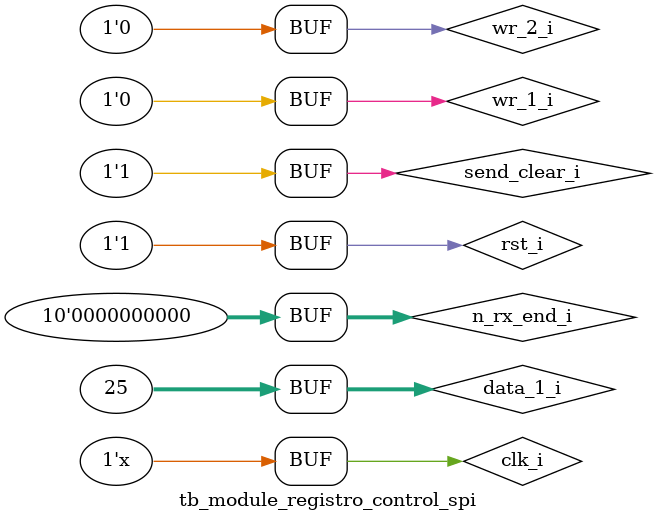
<source format=sv>
`timescale 1ns / 1ps

module tb_module_registro_control_spi;

    // Definir parámetros
    parameter DATA_WIDTH = 32;

    // Definir señales de entrada y salida del módulo
    logic [DATA_WIDTH-1:0] data_1_i;
    logic [9 : 0]          n_rx_end_i;
    
    logic clk_i;
    logic rst_i;
    
    logic send_clear_i;
    logic wr_1_i;
    logic wr_2_i;
    
    logic [DATA_WIDTH-1:0] data_o;

    // Crear instancia del módulo a testear
    registro_control_spi registro_control_spi_inst (
        .data_1_i(data_1_i),
        .n_rx_end_i(n_rx_end_i),
        .clk_i(clk_i),
        .rst_i(rst_i),
        .send_clear_i(send_clear_i),
        .wr_1_i(wr_1_i),
        .wr_2_i(wr_2_i),
        .data_o(data_o)
    );

    initial   clk_i = 0;
    always #5 clk_i = ~clk_i;
  
    initial begin
    data_1_i     = 0;
    n_rx_end_i   = 0;
    rst_i        = 0;
    send_clear_i = 0;
    wr_1_i       = 0;
    wr_2_i       = 0;
    
    #1 
    rst_i = 0;
    #5 
    rst_i = 1;
    
    //
    #5
    data_1_i = 'd25;
    wr_1_i   = 1;
       
    #100
    wr_1_i = 0;
    
    #50
    wr_2_i = 1;
    
    #50
    wr_2_i = 0;
    
    #50
    send_clear_i = 1;
    
    #50
    n_rx_end_i = 'd31;
    
    #50
    n_rx_end_i = 'd0;
    
    #50
    wr_2_i = 1;
    n_rx_end_i = 'd63;
    
    #50
    wr_2_i = 0;
    n_rx_end_i = 'd0;
    
    #150
    wr_1_i = 1;
    n_rx_end_i = 'd127;
    
    #50
    wr_1_i = 0;
    n_rx_end_i = 'd0;
    
    end

endmodule

</source>
